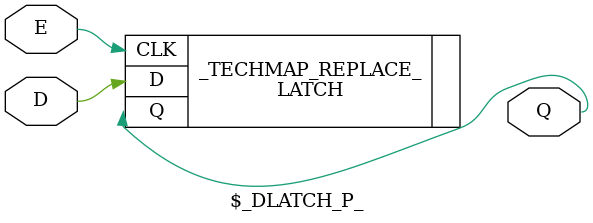
<source format=v>
module \$_DLATCH_P_ (input E, input D, output Q);
  LATCH _TECHMAP_REPLACE_ (
  	.CLK(E),
  	.D(D),
  	.Q(Q)
  );
endmodule

</source>
